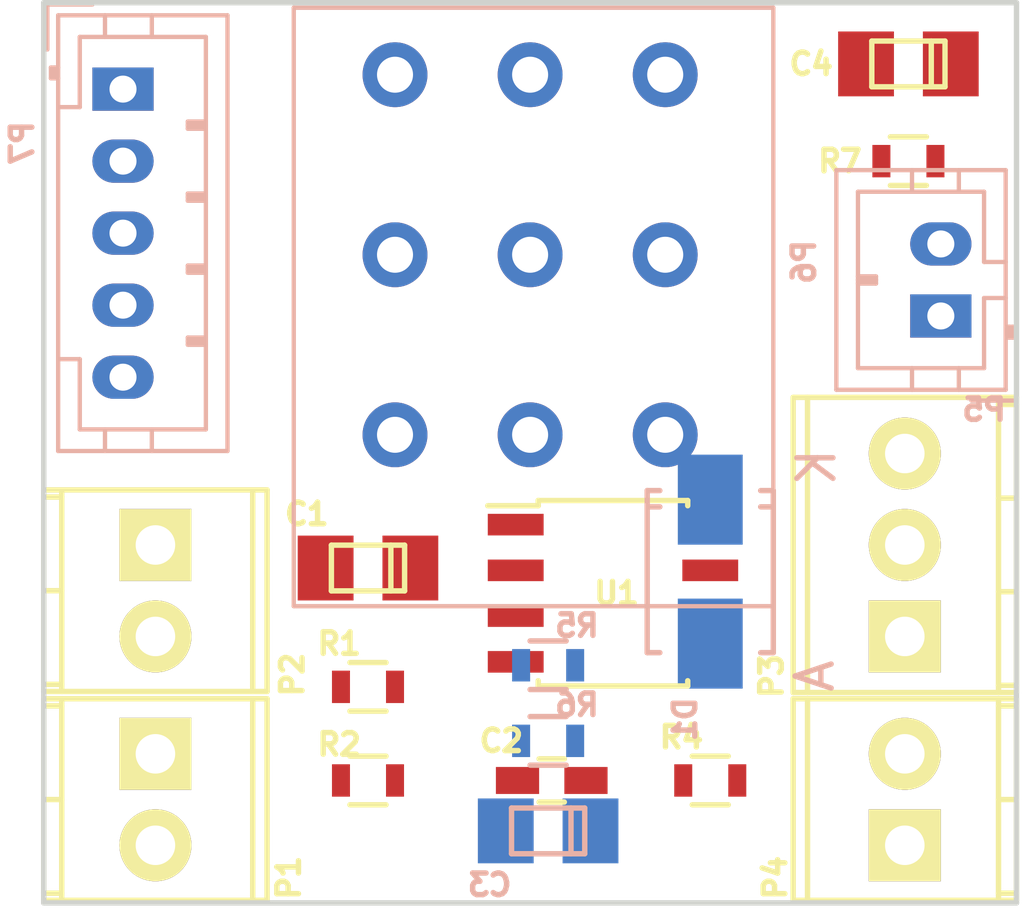
<source format=kicad_pcb>
(kicad_pcb (version 4) (host pcbnew 4.0.4-1.fc24-product)

  (general
    (links 40)
    (no_connects 40)
    (area 145.924999 77.924999 173.075001 103.075001)
    (thickness 1.2)
    (drawings 8)
    (tracks 0)
    (zones 0)
    (modules 19)
    (nets 16)
  )

  (page A4)
  (layers
    (0 F.Cu signal)
    (31 B.Cu signal)
    (32 B.Adhes user)
    (33 F.Adhes user)
    (34 B.Paste user)
    (35 F.Paste user)
    (36 B.SilkS user)
    (37 F.SilkS user)
    (38 B.Mask user)
    (39 F.Mask user)
    (40 Dwgs.User user)
    (41 Cmts.User user)
    (42 Eco1.User user)
    (43 Eco2.User user)
    (44 Edge.Cuts user)
    (45 Margin user)
    (46 B.CrtYd user)
    (47 F.CrtYd user)
    (48 B.Fab user)
    (49 F.Fab user)
  )

  (setup
    (last_trace_width 0.25)
    (trace_clearance 0.25)
    (zone_clearance 0.3)
    (zone_45_only no)
    (trace_min 0.25)
    (segment_width 0.2)
    (edge_width 0.15)
    (via_size 0.6)
    (via_drill 0.4)
    (via_min_size 0.4)
    (via_min_drill 0.3)
    (uvia_size 0.3)
    (uvia_drill 0.1)
    (uvias_allowed no)
    (uvia_min_size 0.2)
    (uvia_min_drill 0.1)
    (pcb_text_width 0.3)
    (pcb_text_size 1.5 1.5)
    (mod_edge_width 0.15)
    (mod_text_size 0.6 0.6)
    (mod_text_width 0.15)
    (pad_size 1.524 1.524)
    (pad_drill 0.762)
    (pad_to_mask_clearance 0.2)
    (aux_axis_origin 0 0)
    (visible_elements 7FFFFFFF)
    (pcbplotparams
      (layerselection 0x00030_80000001)
      (usegerberextensions false)
      (excludeedgelayer true)
      (linewidth 0.100000)
      (plotframeref false)
      (viasonmask false)
      (mode 1)
      (useauxorigin false)
      (hpglpennumber 1)
      (hpglpenspeed 20)
      (hpglpendiameter 15)
      (hpglpenoverlay 2)
      (psnegative false)
      (psa4output false)
      (plotreference true)
      (plotvalue true)
      (plotinvisibletext false)
      (padsonsilk false)
      (subtractmaskfromsilk false)
      (outputformat 1)
      (mirror false)
      (drillshape 1)
      (scaleselection 1)
      (outputdirectory ""))
  )

  (net 0 "")
  (net 1 "Net-(C1-Pad1)")
  (net 2 "Net-(C3-Pad1)")
  (net 3 /PB1_1)
  (net 4 "Net-(C4-Pad1)")
  (net 5 /PB2_3)
  (net 6 Earth)
  (net 7 /PV_3)
  (net 8 "Net-(P3-Pad1)")
  (net 9 /PV_2)
  (net 10 /IN_EQ)
  (net 11 /VRef)
  (net 12 /PB1_2)
  (net 13 /V+)
  (net 14 /OUT_EQ)
  (net 15 "Net-(R4-Pad1)")

  (net_class Default "This is the default net class."
    (clearance 0.25)
    (trace_width 0.25)
    (via_dia 0.6)
    (via_drill 0.4)
    (uvia_dia 0.3)
    (uvia_drill 0.1)
    (add_net /IN_EQ)
    (add_net /OUT_EQ)
    (add_net /PB1_1)
    (add_net /PB1_2)
    (add_net /PB2_3)
    (add_net /PV_2)
    (add_net /PV_3)
    (add_net "Net-(C1-Pad1)")
    (add_net "Net-(C3-Pad1)")
    (add_net "Net-(C4-Pad1)")
    (add_net "Net-(P3-Pad1)")
    (add_net "Net-(R4-Pad1)")
  )

  (net_class PWR ""
    (clearance 0.25)
    (trace_width 0.5)
    (via_dia 0.6)
    (via_drill 0.4)
    (uvia_dia 0.3)
    (uvia_drill 0.1)
    (add_net /V+)
    (add_net /VRef)
    (add_net Earth)
  )

  (module Terminal_Blocks:TerminalBlock_Pheonix_MPT-2.54mm_3pol (layer F.Cu) (tedit 5A77EDC8) (tstamp 5A77EE55)
    (at 169.9 95.6 90)
    (descr "3-way 2.54mm pitch terminal block, Phoenix MPT series")
    (path /5A657F5B)
    (fp_text reference P3 (at -1.1 -3.7 90) (layer F.SilkS)
      (effects (font (size 0.6 0.6) (thickness 0.15)))
    )
    (fp_text value CONN_01X03 (at 2.54 4.50088 90) (layer F.Fab) hide
      (effects (font (size 0.6 0.6) (thickness 0.15)))
    )
    (fp_line (start -1.778 3.302) (end 6.858 3.302) (layer F.CrtYd) (width 0.05))
    (fp_line (start -1.778 -3.302) (end -1.778 3.302) (layer F.CrtYd) (width 0.05))
    (fp_line (start 6.858 -3.302) (end -1.778 -3.302) (layer F.CrtYd) (width 0.05))
    (fp_line (start 6.858 3.302) (end 6.858 -3.302) (layer F.CrtYd) (width 0.05))
    (fp_line (start 6.63956 -3.0988) (end -1.55956 -3.0988) (layer F.SilkS) (width 0.15))
    (fp_line (start 6.63956 -2.70002) (end -1.55956 -2.70002) (layer F.SilkS) (width 0.15))
    (fp_line (start 6.63956 2.60096) (end -1.55956 2.60096) (layer F.SilkS) (width 0.15))
    (fp_line (start -1.55956 3.0988) (end 6.63956 3.0988) (layer F.SilkS) (width 0.15))
    (fp_line (start 3.84048 2.60096) (end 3.84048 3.0988) (layer F.SilkS) (width 0.15))
    (fp_line (start -1.3589 3.0988) (end -1.3589 2.60096) (layer F.SilkS) (width 0.15))
    (fp_line (start 6.44144 2.60096) (end 6.44144 3.0988) (layer F.SilkS) (width 0.15))
    (fp_line (start 1.24206 3.0988) (end 1.24206 2.60096) (layer F.SilkS) (width 0.15))
    (fp_line (start 6.63956 3.0988) (end 6.63956 -3.0988) (layer F.SilkS) (width 0.15))
    (fp_line (start -1.55702 -3.0988) (end -1.55702 3.0988) (layer F.SilkS) (width 0.15))
    (pad 3 thru_hole oval (at 5.08 0 90) (size 1.99898 1.99898) (drill 1.09728) (layers *.Cu *.Mask F.SilkS)
      (net 6 Earth))
    (pad 1 thru_hole rect (at 0 0 90) (size 1.99898 1.99898) (drill 1.09728) (layers *.Cu *.Mask F.SilkS)
      (net 8 "Net-(P3-Pad1)"))
    (pad 2 thru_hole oval (at 2.54 0 90) (size 1.99898 1.99898) (drill 1.09728) (layers *.Cu *.Mask F.SilkS)
      (net 9 /PV_2))
    (model Terminal_Blocks.3dshapes/TerminalBlock_Pheonix_MPT-2.54mm_3pol.wrl
      (at (xyz 0.1 0 0))
      (scale (xyz 1 1 1))
      (rotate (xyz 0 0 0))
    )
  )

  (module Terminal_Blocks:TerminalBlock_Pheonix_MPT-2.54mm_2pol (layer F.Cu) (tedit 5A77EDCB) (tstamp 5A77EE5B)
    (at 169.9 101.4 90)
    (descr "2-way 2.54mm pitch terminal block, Phoenix MPT series")
    (path /5A658137)
    (fp_text reference P4 (at -0.9 -3.6 90) (layer F.SilkS)
      (effects (font (size 0.6 0.6) (thickness 0.15)))
    )
    (fp_text value CONN_01X02 (at 1.27 4.50088 90) (layer F.Fab) hide
      (effects (font (size 0.6 0.6) (thickness 0.15)))
    )
    (fp_line (start -1.7 -3.3) (end 4.3 -3.3) (layer F.CrtYd) (width 0.05))
    (fp_line (start -1.7 3.3) (end -1.7 -3.3) (layer F.CrtYd) (width 0.05))
    (fp_line (start 4.3 3.3) (end -1.7 3.3) (layer F.CrtYd) (width 0.05))
    (fp_line (start 4.3 -3.3) (end 4.3 3.3) (layer F.CrtYd) (width 0.05))
    (fp_line (start 4.06908 2.60096) (end -1.52908 2.60096) (layer F.SilkS) (width 0.15))
    (fp_line (start -1.33096 3.0988) (end -1.33096 2.60096) (layer F.SilkS) (width 0.15))
    (fp_line (start 3.87096 2.60096) (end 3.87096 3.0988) (layer F.SilkS) (width 0.15))
    (fp_line (start 1.27 3.0988) (end 1.27 2.60096) (layer F.SilkS) (width 0.15))
    (fp_line (start -1.52908 -2.70002) (end 4.06908 -2.70002) (layer F.SilkS) (width 0.15))
    (fp_line (start -1.52908 3.0988) (end 4.06908 3.0988) (layer F.SilkS) (width 0.15))
    (fp_line (start 4.06908 3.0988) (end 4.06908 -3.0988) (layer F.SilkS) (width 0.15))
    (fp_line (start 4.06908 -3.0988) (end -1.52908 -3.0988) (layer F.SilkS) (width 0.15))
    (fp_line (start -1.52908 -3.0988) (end -1.52908 3.0988) (layer F.SilkS) (width 0.15))
    (pad 2 thru_hole oval (at 2.54 0 90) (size 1.99898 1.99898) (drill 1.09728) (layers *.Cu *.Mask F.SilkS)
      (net 8 "Net-(P3-Pad1)"))
    (pad 1 thru_hole rect (at 0 0 90) (size 1.99898 1.99898) (drill 1.09728) (layers *.Cu *.Mask F.SilkS)
      (net 13 /V+))
    (model Terminal_Blocks.3dshapes/TerminalBlock_Pheonix_MPT-2.54mm_2pol.wrl
      (at (xyz 0.05 0 0))
      (scale (xyz 1 1 1))
      (rotate (xyz 0 0 0))
    )
  )

  (module Capacitors_SMD:C_0603_HandSoldering (layer F.Cu) (tedit 5A77F1C8) (tstamp 5A77EE30)
    (at 160.1 99.6)
    (descr "Capacitor SMD 0603, hand soldering")
    (tags "capacitor 0603")
    (path /5A77C488)
    (attr smd)
    (fp_text reference C2 (at -1.4 -1.1) (layer F.SilkS)
      (effects (font (size 0.6 0.6) (thickness 0.15)))
    )
    (fp_text value 27p (at 0 1.9) (layer F.Fab) hide
      (effects (font (size 0.6 0.6) (thickness 0.15)))
    )
    (fp_line (start -1.85 -0.75) (end 1.85 -0.75) (layer F.CrtYd) (width 0.05))
    (fp_line (start -1.85 0.75) (end 1.85 0.75) (layer F.CrtYd) (width 0.05))
    (fp_line (start -1.85 -0.75) (end -1.85 0.75) (layer F.CrtYd) (width 0.05))
    (fp_line (start 1.85 -0.75) (end 1.85 0.75) (layer F.CrtYd) (width 0.05))
    (fp_line (start -0.35 -0.6) (end 0.35 -0.6) (layer F.SilkS) (width 0.15))
    (fp_line (start 0.35 0.6) (end -0.35 0.6) (layer F.SilkS) (width 0.15))
    (pad 1 smd rect (at -0.95 0) (size 1.2 0.75) (layers F.Cu F.Paste F.Mask)
      (net 1 "Net-(C1-Pad1)"))
    (pad 2 smd rect (at 0.95 0) (size 1.2 0.75) (layers F.Cu F.Paste F.Mask)
      (net 6 Earth))
    (model Capacitors_SMD.3dshapes/C_0603_HandSoldering.wrl
      (at (xyz 0 0 0))
      (scale (xyz 1 1 1))
      (rotate (xyz 0 0 0))
    )
  )

  (module Diodes_SMD:SMA_Standard (layer B.Cu) (tedit 5A77EDF9) (tstamp 5A77EE42)
    (at 164.5 93.8 270)
    (descr "Diode SMA")
    (tags "Diode SMA")
    (path /5A68E289)
    (attr smd)
    (fp_text reference D1 (at 4.1 0.7 270) (layer B.SilkS)
      (effects (font (size 0.6 0.6) (thickness 0.15)) (justify mirror))
    )
    (fp_text value CS1D (at 0 -4.3 270) (layer B.Fab) hide
      (effects (font (size 0.6 0.6) (thickness 0.15)) (justify mirror))
    )
    (fp_line (start -3.5 2) (end 3.5 2) (layer B.CrtYd) (width 0.05))
    (fp_line (start 3.5 2) (end 3.5 -2) (layer B.CrtYd) (width 0.05))
    (fp_line (start 3.5 -2) (end -3.5 -2) (layer B.CrtYd) (width 0.05))
    (fp_line (start -3.5 -2) (end -3.5 2) (layer B.CrtYd) (width 0.05))
    (fp_text user K (at -2.9 -2.95 270) (layer B.SilkS)
      (effects (font (size 1 1) (thickness 0.15)) (justify mirror))
    )
    (fp_text user A (at 2.9 -2.9 270) (layer B.SilkS)
      (effects (font (size 1 1) (thickness 0.15)) (justify mirror))
    )
    (fp_circle (center 0 0) (end 0.20066 0.0508) (layer B.Adhes) (width 0.381))
    (fp_line (start -1.79914 -1.75006) (end -1.79914 -1.39954) (layer B.SilkS) (width 0.15))
    (fp_line (start -1.79914 1.75006) (end -1.79914 1.39954) (layer B.SilkS) (width 0.15))
    (fp_line (start 2.25044 -1.75006) (end 2.25044 -1.39954) (layer B.SilkS) (width 0.15))
    (fp_line (start -2.25044 -1.75006) (end -2.25044 -1.39954) (layer B.SilkS) (width 0.15))
    (fp_line (start -2.25044 1.75006) (end -2.25044 1.39954) (layer B.SilkS) (width 0.15))
    (fp_line (start 2.25044 1.75006) (end 2.25044 1.39954) (layer B.SilkS) (width 0.15))
    (fp_line (start -2.25044 -1.75006) (end 2.25044 -1.75006) (layer B.SilkS) (width 0.15))
    (fp_line (start -2.25044 1.75006) (end 2.25044 1.75006) (layer B.SilkS) (width 0.15))
    (pad 1 smd rect (at -1.99898 0 270) (size 2.49936 1.80086) (layers B.Cu B.Paste B.Mask)
      (net 13 /V+))
    (pad 2 smd rect (at 1.99898 0 270) (size 2.49936 1.80086) (layers B.Cu B.Paste B.Mask)
      (net 6 Earth))
    (model Diodes_SMD.3dshapes/SMA_Standard.wrl
      (at (xyz 0 0 0))
      (scale (xyz 0.3937 0.3937 0.3937))
      (rotate (xyz 0 0 180))
    )
  )

  (module Terminal_Blocks:TerminalBlock_Pheonix_MPT-2.54mm_2pol (layer F.Cu) (tedit 5A77EF0E) (tstamp 5A77EE48)
    (at 149.1 98.86 270)
    (descr "2-way 2.54mm pitch terminal block, Phoenix MPT series")
    (path /5A65640A)
    (fp_text reference P1 (at 3.44 -3.7 270) (layer F.SilkS)
      (effects (font (size 0.6 0.6) (thickness 0.15)))
    )
    (fp_text value CONN_01X02 (at 1.27 4.50088 270) (layer F.Fab) hide
      (effects (font (size 0.6 0.6) (thickness 0.15)))
    )
    (fp_line (start -1.7 -3.3) (end 4.3 -3.3) (layer F.CrtYd) (width 0.05))
    (fp_line (start -1.7 3.3) (end -1.7 -3.3) (layer F.CrtYd) (width 0.05))
    (fp_line (start 4.3 3.3) (end -1.7 3.3) (layer F.CrtYd) (width 0.05))
    (fp_line (start 4.3 -3.3) (end 4.3 3.3) (layer F.CrtYd) (width 0.05))
    (fp_line (start 4.06908 2.60096) (end -1.52908 2.60096) (layer F.SilkS) (width 0.15))
    (fp_line (start -1.33096 3.0988) (end -1.33096 2.60096) (layer F.SilkS) (width 0.15))
    (fp_line (start 3.87096 2.60096) (end 3.87096 3.0988) (layer F.SilkS) (width 0.15))
    (fp_line (start 1.27 3.0988) (end 1.27 2.60096) (layer F.SilkS) (width 0.15))
    (fp_line (start -1.52908 -2.70002) (end 4.06908 -2.70002) (layer F.SilkS) (width 0.15))
    (fp_line (start -1.52908 3.0988) (end 4.06908 3.0988) (layer F.SilkS) (width 0.15))
    (fp_line (start 4.06908 3.0988) (end 4.06908 -3.0988) (layer F.SilkS) (width 0.15))
    (fp_line (start 4.06908 -3.0988) (end -1.52908 -3.0988) (layer F.SilkS) (width 0.15))
    (fp_line (start -1.52908 -3.0988) (end -1.52908 3.0988) (layer F.SilkS) (width 0.15))
    (pad 2 thru_hole oval (at 2.54 0 270) (size 1.99898 1.99898) (drill 1.09728) (layers *.Cu *.Mask F.SilkS)
      (net 3 /PB1_1))
    (pad 1 thru_hole rect (at 0 0 270) (size 1.99898 1.99898) (drill 1.09728) (layers *.Cu *.Mask F.SilkS)
      (net 6 Earth))
    (model Terminal_Blocks.3dshapes/TerminalBlock_Pheonix_MPT-2.54mm_2pol.wrl
      (at (xyz 0.05 0 0))
      (scale (xyz 1 1 1))
      (rotate (xyz 0 0 0))
    )
  )

  (module Terminal_Blocks:TerminalBlock_Pheonix_MPT-2.54mm_2pol (layer F.Cu) (tedit 5A77EF09) (tstamp 5A77EE4E)
    (at 149.1 93.06 270)
    (descr "2-way 2.54mm pitch terminal block, Phoenix MPT series")
    (path /5A656625)
    (fp_text reference P2 (at 3.6 -3.8 270) (layer F.SilkS)
      (effects (font (size 0.6 0.6) (thickness 0.15)))
    )
    (fp_text value CONN_01X02 (at 1.27 4.50088 270) (layer F.Fab) hide
      (effects (font (size 0.6 0.6) (thickness 0.15)))
    )
    (fp_line (start -1.7 -3.3) (end 4.3 -3.3) (layer F.CrtYd) (width 0.05))
    (fp_line (start -1.7 3.3) (end -1.7 -3.3) (layer F.CrtYd) (width 0.05))
    (fp_line (start 4.3 3.3) (end -1.7 3.3) (layer F.CrtYd) (width 0.05))
    (fp_line (start 4.3 -3.3) (end 4.3 3.3) (layer F.CrtYd) (width 0.05))
    (fp_line (start 4.06908 2.60096) (end -1.52908 2.60096) (layer F.SilkS) (width 0.15))
    (fp_line (start -1.33096 3.0988) (end -1.33096 2.60096) (layer F.SilkS) (width 0.15))
    (fp_line (start 3.87096 2.60096) (end 3.87096 3.0988) (layer F.SilkS) (width 0.15))
    (fp_line (start 1.27 3.0988) (end 1.27 2.60096) (layer F.SilkS) (width 0.15))
    (fp_line (start -1.52908 -2.70002) (end 4.06908 -2.70002) (layer F.SilkS) (width 0.15))
    (fp_line (start -1.52908 3.0988) (end 4.06908 3.0988) (layer F.SilkS) (width 0.15))
    (fp_line (start 4.06908 3.0988) (end 4.06908 -3.0988) (layer F.SilkS) (width 0.15))
    (fp_line (start 4.06908 -3.0988) (end -1.52908 -3.0988) (layer F.SilkS) (width 0.15))
    (fp_line (start -1.52908 -3.0988) (end -1.52908 3.0988) (layer F.SilkS) (width 0.15))
    (pad 2 thru_hole oval (at 2.54 0 270) (size 1.99898 1.99898) (drill 1.09728) (layers *.Cu *.Mask F.SilkS)
      (net 5 /PB2_3))
    (pad 1 thru_hole rect (at 0 0 270) (size 1.99898 1.99898) (drill 1.09728) (layers *.Cu *.Mask F.SilkS)
      (net 6 Earth))
    (model Terminal_Blocks.3dshapes/TerminalBlock_Pheonix_MPT-2.54mm_2pol.wrl
      (at (xyz 0.05 0 0))
      (scale (xyz 1 1 1))
      (rotate (xyz 0 0 0))
    )
  )

  (module Connectors_JST:JST_PH_B2B-PH-K_02x2.00mm_Straight (layer B.Cu) (tedit 5A77ED76) (tstamp 5A77EE61)
    (at 170.9 86.7 90)
    (descr "JST PH series connector, B2B-PH-K, top entry type, through hole, Datasheet: http://www.jst-mfg.com/product/pdf/eng/ePH.pdf")
    (tags "connector jst ph")
    (path /5A655B8F)
    (fp_text reference P5 (at -2.6 1.2 180) (layer B.SilkS)
      (effects (font (size 0.6 0.6) (thickness 0.15)) (justify mirror))
    )
    (fp_text value CONN_01X02 (at 1 -3.8 90) (layer B.Fab) hide
      (effects (font (size 0.6 0.6) (thickness 0.15)) (justify mirror))
    )
    (fp_line (start -2.05 1.8) (end -2.05 -2.9) (layer B.SilkS) (width 0.12))
    (fp_line (start -2.05 -2.9) (end 4.05 -2.9) (layer B.SilkS) (width 0.12))
    (fp_line (start 4.05 -2.9) (end 4.05 1.8) (layer B.SilkS) (width 0.12))
    (fp_line (start 4.05 1.8) (end -2.05 1.8) (layer B.SilkS) (width 0.12))
    (fp_line (start 0.5 1.8) (end 0.5 1.2) (layer B.SilkS) (width 0.12))
    (fp_line (start 0.5 1.2) (end -1.45 1.2) (layer B.SilkS) (width 0.12))
    (fp_line (start -1.45 1.2) (end -1.45 -2.3) (layer B.SilkS) (width 0.12))
    (fp_line (start -1.45 -2.3) (end 3.45 -2.3) (layer B.SilkS) (width 0.12))
    (fp_line (start 3.45 -2.3) (end 3.45 1.2) (layer B.SilkS) (width 0.12))
    (fp_line (start 3.45 1.2) (end 1.5 1.2) (layer B.SilkS) (width 0.12))
    (fp_line (start 1.5 1.2) (end 1.5 1.8) (layer B.SilkS) (width 0.12))
    (fp_line (start -2.05 0.5) (end -1.45 0.5) (layer B.SilkS) (width 0.12))
    (fp_line (start -2.05 -0.8) (end -1.45 -0.8) (layer B.SilkS) (width 0.12))
    (fp_line (start 4.05 0.5) (end 3.45 0.5) (layer B.SilkS) (width 0.12))
    (fp_line (start 4.05 -0.8) (end 3.45 -0.8) (layer B.SilkS) (width 0.12))
    (fp_line (start -0.3 1.8) (end -0.3 2) (layer B.SilkS) (width 0.12))
    (fp_line (start -0.3 2) (end -0.6 2) (layer B.SilkS) (width 0.12))
    (fp_line (start -0.6 2) (end -0.6 1.8) (layer B.SilkS) (width 0.12))
    (fp_line (start -0.3 1.9) (end -0.6 1.9) (layer B.SilkS) (width 0.12))
    (fp_line (start 0.9 -2.3) (end 0.9 -1.8) (layer B.SilkS) (width 0.12))
    (fp_line (start 0.9 -1.8) (end 1.1 -1.8) (layer B.SilkS) (width 0.12))
    (fp_line (start 1.1 -1.8) (end 1.1 -2.3) (layer B.SilkS) (width 0.12))
    (fp_line (start 1 -2.3) (end 1 -1.8) (layer B.SilkS) (width 0.12))
    (fp_line (start -1.1 2.1) (end -2.35 2.1) (layer B.SilkS) (width 0.12))
    (fp_line (start -2.35 2.1) (end -2.35 0.85) (layer B.SilkS) (width 0.12))
    (fp_line (start -1.1 2.1) (end -2.35 2.1) (layer B.Fab) (width 0.1))
    (fp_line (start -2.35 2.1) (end -2.35 0.85) (layer B.Fab) (width 0.1))
    (fp_line (start -1.95 1.7) (end -1.95 -2.8) (layer B.Fab) (width 0.1))
    (fp_line (start -1.95 -2.8) (end 3.95 -2.8) (layer B.Fab) (width 0.1))
    (fp_line (start 3.95 -2.8) (end 3.95 1.7) (layer B.Fab) (width 0.1))
    (fp_line (start 3.95 1.7) (end -1.95 1.7) (layer B.Fab) (width 0.1))
    (fp_line (start -2.45 2.2) (end -2.45 -3.3) (layer B.CrtYd) (width 0.05))
    (fp_line (start -2.45 -3.3) (end 4.45 -3.3) (layer B.CrtYd) (width 0.05))
    (fp_line (start 4.45 -3.3) (end 4.45 2.2) (layer B.CrtYd) (width 0.05))
    (fp_line (start 4.45 2.2) (end -2.45 2.2) (layer B.CrtYd) (width 0.05))
    (fp_text user %R (at 1 -1.5 90) (layer B.Fab) hide
      (effects (font (size 1 1) (thickness 0.15)) (justify mirror))
    )
    (pad 1 thru_hole rect (at 0 0 90) (size 1.2 1.7) (drill 0.75) (layers *.Cu *.Mask)
      (net 10 /IN_EQ))
    (pad 2 thru_hole oval (at 2 0 90) (size 1.2 1.7) (drill 0.75) (layers *.Cu *.Mask)
      (net 14 /OUT_EQ))
    (model ${KISYS3DMOD}/Connectors_JST.3dshapes/JST_PH_B2B-PH-K_02x2.00mm_Straight.wrl
      (at (xyz 0 0 0))
      (scale (xyz 1 1 1))
      (rotate (xyz 0 0 0))
    )
  )

  (module LIBS:Potentiometer_Alpha_Tripple_Vertical_Dual_Shaft (layer B.Cu) (tedit 5A77EC9A) (tstamp 5A77EE6E)
    (at 155.75 80 90)
    (descr "Potentiometer, vertically mounted, Omeg PC16PU, Omeg PC16PU, Omeg PC16PU, Vishay/Spectrol 248GJ/249GJ Single, Vishay/Spectrol 248GJ/249GJ Single, Vishay/Spectrol 248GJ/249GJ Single, Vishay/Spectrol 248GH/249GH Single, Vishay/Spectrol 148/149 Single, Vishay/Spectrol 148/149 Single, Vishay/Spectrol 148/149 Single, Vishay/Spectrol 148A/149A Single with mounting plates, Vishay/Spectrol 148/149 Double, Vishay/Spectrol 148A/149A Double with mounting plates, Piher PC-16 Single, Piher PC-16 Single, Piher PC-16 Single, Piher PC-16SV Single, Piher PC-16 Double, Piher PC-16 Triple, Piher T16H Single, Piher T16L Single, Piher T16H Double, Alps RK163 Single, Alps RK163 Double, Alps RK097 Single, Alps RK097 Double, http://www.alps.com/prod/info/E/HTML/Potentiometer/RotaryPotentiometers/RK097/RK09712100AV.html")
    (tags "Potentiometer vertical  Omeg PC16PU  Omeg PC16PU  Omeg PC16PU  Vishay/Spectrol 248GJ/249GJ Single  Vishay/Spectrol 248GJ/249GJ Single  Vishay/Spectrol 248GJ/249GJ Single  Vishay/Spectrol 248GH/249GH Single  Vishay/Spectrol 148/149 Single  Vishay/Spectrol 148/149 Single  Vishay/Spectrol 148/149 Single  Vishay/Spectrol 148A/149A Single with mounting plates  Vishay/Spectrol 148/149 Double  Vishay/Spectrol 148A/149A Double with mounting plates  Piher PC-16 Single  Piher PC-16 Single  Piher PC-16 Single  Piher PC-16SV Single  Piher PC-16 Double  Piher PC-16 Triple  Piher T16H Single  Piher T16L Single  Piher T16H Double  Alps RK163 Single  Alps RK163 Double  Alps RK097 Single  Alps RK097 Double Dual Shaft")
    (path /5A656FFD)
    (fp_text reference P6 (at -5.2 11.35 90) (layer B.SilkS)
      (effects (font (size 0.6 0.6) (thickness 0.15)) (justify mirror))
    )
    (fp_text value CONN_01X09 (at 2.15 -3.9 90) (layer B.Fab) hide
      (effects (font (size 0.6 0.6) (thickness 0.15)) (justify mirror))
    )
    (fp_line (start -14.7 10.45) (end -14.7 -2.75) (layer B.Fab) (width 0.1))
    (fp_line (start -14.7 -2.75) (end 1.8 -2.75) (layer B.Fab) (width 0.1))
    (fp_line (start 1.8 -2.75) (end 1.8 10.45) (layer B.Fab) (width 0.1))
    (fp_line (start 1.8 10.45) (end -14.7 10.45) (layer B.Fab) (width 0.1))
    (fp_line (start -14.76 10.5) (end 1.86 10.5) (layer B.SilkS) (width 0.12))
    (fp_line (start -14.76 -2.81) (end 1.86 -2.81) (layer B.SilkS) (width 0.12))
    (fp_line (start -14.76 10.5) (end -14.76 -2.81) (layer B.SilkS) (width 0.12))
    (fp_line (start 1.86 10.5) (end 1.86 -2.81) (layer B.SilkS) (width 0.12))
    (fp_line (start -15.15 10.7) (end -15.15 -3) (layer B.CrtYd) (width 0.05))
    (fp_line (start -15.15 -3) (end 2.05 -3) (layer B.CrtYd) (width 0.05))
    (fp_line (start 2.05 -3) (end 2.05 10.7) (layer B.CrtYd) (width 0.05))
    (fp_line (start 2.05 10.7) (end -15.15 10.7) (layer B.CrtYd) (width 0.05))
    (pad 3 thru_hole circle (at 0 7.5 90) (size 1.8 1.8) (drill 1) (layers *.Cu *.Mask)
      (net 6 Earth))
    (pad 2 thru_hole circle (at 0 3.75 90) (size 1.8 1.8) (drill 1) (layers *.Cu *.Mask)
      (net 12 /PB1_2))
    (pad 1 thru_hole circle (at 0 0 90) (size 1.8 1.8) (drill 1) (layers *.Cu *.Mask)
      (net 3 /PB1_1))
    (pad 6 thru_hole circle (at -5 7.5 90) (size 1.8 1.8) (drill 1) (layers *.Cu *.Mask)
      (net 5 /PB2_3))
    (pad 5 thru_hole circle (at -5 3.75 90) (size 1.8 1.8) (drill 1) (layers *.Cu *.Mask)
      (net 12 /PB1_2))
    (pad 4 thru_hole circle (at -5 0 90) (size 1.8 1.8) (drill 1) (layers *.Cu *.Mask)
      (net 6 Earth))
    (pad 7 thru_hole circle (at -10 0 90) (size 1.8 1.8) (drill 1) (layers *.Cu *.Mask)
      (net 6 Earth))
    (pad 8 thru_hole circle (at -10 3.75 90) (size 1.8 1.8) (drill 1) (layers *.Cu *.Mask)
      (net 9 /PV_2))
    (pad 9 thru_hole circle (at -10 7.5 90) (size 1.8 1.8) (drill 1) (layers *.Cu *.Mask)
      (net 7 /PV_3))
    (model Potentiometers.3dshapes/Potentiometer_Alps_RK097_Double_Vertical.wrl
      (at (xyz 0 0 0))
      (scale (xyz 0.393701 0.393701 0.393701))
      (rotate (xyz 0 0 0))
    )
  )

  (module Connectors_JST:JST_PH_B5B-PH-K_05x2.00mm_Straight (layer B.Cu) (tedit 5A77ED7D) (tstamp 5A77EE77)
    (at 148.2 80.4 270)
    (descr "JST PH series connector, B5B-PH-K, top entry type, through hole, Datasheet: http://www.jst-mfg.com/product/pdf/eng/ePH.pdf")
    (tags "connector jst ph")
    (path /5A657865)
    (fp_text reference P7 (at 1.5 2.8 270) (layer B.SilkS)
      (effects (font (size 0.6 0.6) (thickness 0.15)) (justify mirror))
    )
    (fp_text value CONN_01X05 (at 4 -3.8 270) (layer B.Fab) hide
      (effects (font (size 0.6 0.6) (thickness 0.15)) (justify mirror))
    )
    (fp_line (start -2.05 1.8) (end -2.05 -2.9) (layer B.SilkS) (width 0.12))
    (fp_line (start -2.05 -2.9) (end 10.05 -2.9) (layer B.SilkS) (width 0.12))
    (fp_line (start 10.05 -2.9) (end 10.05 1.8) (layer B.SilkS) (width 0.12))
    (fp_line (start 10.05 1.8) (end -2.05 1.8) (layer B.SilkS) (width 0.12))
    (fp_line (start 0.5 1.8) (end 0.5 1.2) (layer B.SilkS) (width 0.12))
    (fp_line (start 0.5 1.2) (end -1.45 1.2) (layer B.SilkS) (width 0.12))
    (fp_line (start -1.45 1.2) (end -1.45 -2.3) (layer B.SilkS) (width 0.12))
    (fp_line (start -1.45 -2.3) (end 9.45 -2.3) (layer B.SilkS) (width 0.12))
    (fp_line (start 9.45 -2.3) (end 9.45 1.2) (layer B.SilkS) (width 0.12))
    (fp_line (start 9.45 1.2) (end 7.5 1.2) (layer B.SilkS) (width 0.12))
    (fp_line (start 7.5 1.2) (end 7.5 1.8) (layer B.SilkS) (width 0.12))
    (fp_line (start -2.05 0.5) (end -1.45 0.5) (layer B.SilkS) (width 0.12))
    (fp_line (start -2.05 -0.8) (end -1.45 -0.8) (layer B.SilkS) (width 0.12))
    (fp_line (start 10.05 0.5) (end 9.45 0.5) (layer B.SilkS) (width 0.12))
    (fp_line (start 10.05 -0.8) (end 9.45 -0.8) (layer B.SilkS) (width 0.12))
    (fp_line (start -0.3 1.8) (end -0.3 2) (layer B.SilkS) (width 0.12))
    (fp_line (start -0.3 2) (end -0.6 2) (layer B.SilkS) (width 0.12))
    (fp_line (start -0.6 2) (end -0.6 1.8) (layer B.SilkS) (width 0.12))
    (fp_line (start -0.3 1.9) (end -0.6 1.9) (layer B.SilkS) (width 0.12))
    (fp_line (start 0.9 -2.3) (end 0.9 -1.8) (layer B.SilkS) (width 0.12))
    (fp_line (start 0.9 -1.8) (end 1.1 -1.8) (layer B.SilkS) (width 0.12))
    (fp_line (start 1.1 -1.8) (end 1.1 -2.3) (layer B.SilkS) (width 0.12))
    (fp_line (start 1 -2.3) (end 1 -1.8) (layer B.SilkS) (width 0.12))
    (fp_line (start 2.9 -2.3) (end 2.9 -1.8) (layer B.SilkS) (width 0.12))
    (fp_line (start 2.9 -1.8) (end 3.1 -1.8) (layer B.SilkS) (width 0.12))
    (fp_line (start 3.1 -1.8) (end 3.1 -2.3) (layer B.SilkS) (width 0.12))
    (fp_line (start 3 -2.3) (end 3 -1.8) (layer B.SilkS) (width 0.12))
    (fp_line (start 4.9 -2.3) (end 4.9 -1.8) (layer B.SilkS) (width 0.12))
    (fp_line (start 4.9 -1.8) (end 5.1 -1.8) (layer B.SilkS) (width 0.12))
    (fp_line (start 5.1 -1.8) (end 5.1 -2.3) (layer B.SilkS) (width 0.12))
    (fp_line (start 5 -2.3) (end 5 -1.8) (layer B.SilkS) (width 0.12))
    (fp_line (start 6.9 -2.3) (end 6.9 -1.8) (layer B.SilkS) (width 0.12))
    (fp_line (start 6.9 -1.8) (end 7.1 -1.8) (layer B.SilkS) (width 0.12))
    (fp_line (start 7.1 -1.8) (end 7.1 -2.3) (layer B.SilkS) (width 0.12))
    (fp_line (start 7 -2.3) (end 7 -1.8) (layer B.SilkS) (width 0.12))
    (fp_line (start -1.1 2.1) (end -2.35 2.1) (layer B.SilkS) (width 0.12))
    (fp_line (start -2.35 2.1) (end -2.35 0.85) (layer B.SilkS) (width 0.12))
    (fp_line (start -1.1 2.1) (end -2.35 2.1) (layer B.Fab) (width 0.1))
    (fp_line (start -2.35 2.1) (end -2.35 0.85) (layer B.Fab) (width 0.1))
    (fp_line (start -1.95 1.7) (end -1.95 -2.8) (layer B.Fab) (width 0.1))
    (fp_line (start -1.95 -2.8) (end 9.95 -2.8) (layer B.Fab) (width 0.1))
    (fp_line (start 9.95 -2.8) (end 9.95 1.7) (layer B.Fab) (width 0.1))
    (fp_line (start 9.95 1.7) (end -1.95 1.7) (layer B.Fab) (width 0.1))
    (fp_line (start -2.45 2.2) (end -2.45 -3.3) (layer B.CrtYd) (width 0.05))
    (fp_line (start -2.45 -3.3) (end 10.45 -3.3) (layer B.CrtYd) (width 0.05))
    (fp_line (start 10.45 -3.3) (end 10.45 2.2) (layer B.CrtYd) (width 0.05))
    (fp_line (start 10.45 2.2) (end -2.45 2.2) (layer B.CrtYd) (width 0.05))
    (fp_text user %R (at 4 -1.5 270) (layer B.Fab) hide
      (effects (font (size 1 1) (thickness 0.15)) (justify mirror))
    )
    (pad 1 thru_hole rect (at 0 0 270) (size 1.2 1.7) (drill 0.75) (layers *.Cu *.Mask)
      (net 14 /OUT_EQ))
    (pad 2 thru_hole oval (at 2 0 270) (size 1.2 1.7) (drill 0.75) (layers *.Cu *.Mask)
      (net 10 /IN_EQ))
    (pad 3 thru_hole oval (at 4 0 270) (size 1.2 1.7) (drill 0.75) (layers *.Cu *.Mask)
      (net 13 /V+))
    (pad 4 thru_hole oval (at 6 0 270) (size 1.2 1.7) (drill 0.75) (layers *.Cu *.Mask)
      (net 11 /VRef))
    (pad 5 thru_hole oval (at 8 0 270) (size 1.2 1.7) (drill 0.75) (layers *.Cu *.Mask)
      (net 6 Earth))
    (model ${KISYS3DMOD}/Connectors_JST.3dshapes/JST_PH_B5B-PH-K_05x2.00mm_Straight.wrl
      (at (xyz 0 0 0))
      (scale (xyz 1 1 1))
      (rotate (xyz 0 0 0))
    )
  )

  (module Resistors_SMD:R_0603 (layer F.Cu) (tedit 5A77F1C6) (tstamp 5A77EE7D)
    (at 155 97)
    (descr "Resistor SMD 0603, reflow soldering, Vishay (see dcrcw.pdf)")
    (tags "resistor 0603")
    (path /5A653A92)
    (attr smd)
    (fp_text reference R1 (at -0.8 -1.2) (layer F.SilkS)
      (effects (font (size 0.6 0.6) (thickness 0.15)))
    )
    (fp_text value 1.5MEG (at 0 1.9) (layer F.Fab) hide
      (effects (font (size 0.6 0.6) (thickness 0.15)))
    )
    (fp_line (start -1.3 -0.8) (end 1.3 -0.8) (layer F.CrtYd) (width 0.05))
    (fp_line (start -1.3 0.8) (end 1.3 0.8) (layer F.CrtYd) (width 0.05))
    (fp_line (start -1.3 -0.8) (end -1.3 0.8) (layer F.CrtYd) (width 0.05))
    (fp_line (start 1.3 -0.8) (end 1.3 0.8) (layer F.CrtYd) (width 0.05))
    (fp_line (start 0.5 0.675) (end -0.5 0.675) (layer F.SilkS) (width 0.15))
    (fp_line (start -0.5 -0.675) (end 0.5 -0.675) (layer F.SilkS) (width 0.15))
    (pad 1 smd rect (at -0.75 0) (size 0.5 0.9) (layers F.Cu F.Paste F.Mask)
      (net 12 /PB1_2))
    (pad 2 smd rect (at 0.75 0) (size 0.5 0.9) (layers F.Cu F.Paste F.Mask)
      (net 6 Earth))
    (model Resistors_SMD.3dshapes/R_0603.wrl
      (at (xyz 0 0 0))
      (scale (xyz 1 1 1))
      (rotate (xyz 0 0 0))
    )
  )

  (module Resistors_SMD:R_0603 (layer F.Cu) (tedit 5415CC62) (tstamp 5A77EE8F)
    (at 164.5 99.6)
    (descr "Resistor SMD 0603, reflow soldering, Vishay (see dcrcw.pdf)")
    (tags "resistor 0603")
    (path /5A653B83)
    (attr smd)
    (fp_text reference R4 (at -0.8 -1.2) (layer F.SilkS)
      (effects (font (size 0.6 0.6) (thickness 0.15)))
    )
    (fp_text value 4.99k (at 0 1.9) (layer F.Fab)
      (effects (font (size 0.6 0.6) (thickness 0.15)))
    )
    (fp_line (start -1.3 -0.8) (end 1.3 -0.8) (layer F.CrtYd) (width 0.05))
    (fp_line (start -1.3 0.8) (end 1.3 0.8) (layer F.CrtYd) (width 0.05))
    (fp_line (start -1.3 -0.8) (end -1.3 0.8) (layer F.CrtYd) (width 0.05))
    (fp_line (start 1.3 -0.8) (end 1.3 0.8) (layer F.CrtYd) (width 0.05))
    (fp_line (start 0.5 0.675) (end -0.5 0.675) (layer F.SilkS) (width 0.15))
    (fp_line (start -0.5 -0.675) (end 0.5 -0.675) (layer F.SilkS) (width 0.15))
    (pad 1 smd rect (at -0.75 0) (size 0.5 0.9) (layers F.Cu F.Paste F.Mask)
      (net 15 "Net-(R4-Pad1)"))
    (pad 2 smd rect (at 0.75 0) (size 0.5 0.9) (layers F.Cu F.Paste F.Mask)
      (net 11 /VRef))
    (model Resistors_SMD.3dshapes/R_0603.wrl
      (at (xyz 0 0 0))
      (scale (xyz 1 1 1))
      (rotate (xyz 0 0 0))
    )
  )

  (module Resistors_SMD:R_0603 (layer B.Cu) (tedit 5A77F278) (tstamp 5A77EE95)
    (at 160 96.4)
    (descr "Resistor SMD 0603, reflow soldering, Vishay (see dcrcw.pdf)")
    (tags "resistor 0603")
    (path /5A654B24)
    (attr smd)
    (fp_text reference R5 (at 0.8 -1.1) (layer B.SilkS)
      (effects (font (size 0.6 0.6) (thickness 0.15)) (justify mirror))
    )
    (fp_text value 100k (at 0 -1.9) (layer B.Fab) hide
      (effects (font (size 0.6 0.6) (thickness 0.15)) (justify mirror))
    )
    (fp_line (start -1.3 0.8) (end 1.3 0.8) (layer B.CrtYd) (width 0.05))
    (fp_line (start -1.3 -0.8) (end 1.3 -0.8) (layer B.CrtYd) (width 0.05))
    (fp_line (start -1.3 0.8) (end -1.3 -0.8) (layer B.CrtYd) (width 0.05))
    (fp_line (start 1.3 0.8) (end 1.3 -0.8) (layer B.CrtYd) (width 0.05))
    (fp_line (start 0.5 -0.675) (end -0.5 -0.675) (layer B.SilkS) (width 0.15))
    (fp_line (start -0.5 0.675) (end 0.5 0.675) (layer B.SilkS) (width 0.15))
    (pad 1 smd rect (at -0.75 0) (size 0.5 0.9) (layers B.Cu B.Paste B.Mask)
      (net 13 /V+))
    (pad 2 smd rect (at 0.75 0) (size 0.5 0.9) (layers B.Cu B.Paste B.Mask)
      (net 2 "Net-(C3-Pad1)"))
    (model Resistors_SMD.3dshapes/R_0603.wrl
      (at (xyz 0 0 0))
      (scale (xyz 1 1 1))
      (rotate (xyz 0 0 0))
    )
  )

  (module Resistors_SMD:R_0603 (layer B.Cu) (tedit 5A77F27C) (tstamp 5A77EE9B)
    (at 160 98.5 180)
    (descr "Resistor SMD 0603, reflow soldering, Vishay (see dcrcw.pdf)")
    (tags "resistor 0603")
    (path /5A654BC0)
    (attr smd)
    (fp_text reference R6 (at -0.8 1 180) (layer B.SilkS)
      (effects (font (size 0.6 0.6) (thickness 0.15)) (justify mirror))
    )
    (fp_text value 100k (at 0 -1.9 180) (layer B.Fab) hide
      (effects (font (size 0.6 0.6) (thickness 0.15)) (justify mirror))
    )
    (fp_line (start -1.3 0.8) (end 1.3 0.8) (layer B.CrtYd) (width 0.05))
    (fp_line (start -1.3 -0.8) (end 1.3 -0.8) (layer B.CrtYd) (width 0.05))
    (fp_line (start -1.3 0.8) (end -1.3 -0.8) (layer B.CrtYd) (width 0.05))
    (fp_line (start 1.3 0.8) (end 1.3 -0.8) (layer B.CrtYd) (width 0.05))
    (fp_line (start 0.5 -0.675) (end -0.5 -0.675) (layer B.SilkS) (width 0.15))
    (fp_line (start -0.5 0.675) (end 0.5 0.675) (layer B.SilkS) (width 0.15))
    (pad 1 smd rect (at -0.75 0 180) (size 0.5 0.9) (layers B.Cu B.Paste B.Mask)
      (net 2 "Net-(C3-Pad1)"))
    (pad 2 smd rect (at 0.75 0 180) (size 0.5 0.9) (layers B.Cu B.Paste B.Mask)
      (net 6 Earth))
    (model Resistors_SMD.3dshapes/R_0603.wrl
      (at (xyz 0 0 0))
      (scale (xyz 1 1 1))
      (rotate (xyz 0 0 0))
    )
  )

  (module Resistors_SMD:R_0603 (layer F.Cu) (tedit 5A77F1F4) (tstamp 5A77EEA1)
    (at 170 82.4 180)
    (descr "Resistor SMD 0603, reflow soldering, Vishay (see dcrcw.pdf)")
    (tags "resistor 0603")
    (path /5A6551C2)
    (attr smd)
    (fp_text reference R7 (at 1.9 0 180) (layer F.SilkS)
      (effects (font (size 0.6 0.6) (thickness 0.15)))
    )
    (fp_text value 100 (at 0 1.9 180) (layer F.Fab) hide
      (effects (font (size 0.6 0.6) (thickness 0.15)))
    )
    (fp_line (start -1.3 -0.8) (end 1.3 -0.8) (layer F.CrtYd) (width 0.05))
    (fp_line (start -1.3 0.8) (end 1.3 0.8) (layer F.CrtYd) (width 0.05))
    (fp_line (start -1.3 -0.8) (end -1.3 0.8) (layer F.CrtYd) (width 0.05))
    (fp_line (start 1.3 -0.8) (end 1.3 0.8) (layer F.CrtYd) (width 0.05))
    (fp_line (start 0.5 0.675) (end -0.5 0.675) (layer F.SilkS) (width 0.15))
    (fp_line (start -0.5 -0.675) (end 0.5 -0.675) (layer F.SilkS) (width 0.15))
    (pad 1 smd rect (at -0.75 0 180) (size 0.5 0.9) (layers F.Cu F.Paste F.Mask)
      (net 4 "Net-(C4-Pad1)"))
    (pad 2 smd rect (at 0.75 0 180) (size 0.5 0.9) (layers F.Cu F.Paste F.Mask)
      (net 14 /OUT_EQ))
    (model Resistors_SMD.3dshapes/R_0603.wrl
      (at (xyz 0 0 0))
      (scale (xyz 1 1 1))
      (rotate (xyz 0 0 0))
    )
  )

  (module Housings_SOIC:SOIC-8_3.9x4.9mm_Pitch1.27mm (layer F.Cu) (tedit 5A77EDC4) (tstamp 5A77EEB4)
    (at 161.8 94.4)
    (descr "8-Lead Plastic Small Outline (SN) - Narrow, 3.90 mm Body [SOIC] (see Microchip Packaging Specification 00000049BS.pdf)")
    (tags "SOIC 1.27")
    (path /5A653F31)
    (attr smd)
    (fp_text reference U1 (at 0.1 0) (layer F.SilkS)
      (effects (font (size 0.6 0.6) (thickness 0.15)))
    )
    (fp_text value MC33178 (at 0 3.5) (layer F.Fab) hide
      (effects (font (size 0.6 0.6) (thickness 0.15)))
    )
    (fp_line (start -3.75 -2.75) (end -3.75 2.75) (layer F.CrtYd) (width 0.05))
    (fp_line (start 3.75 -2.75) (end 3.75 2.75) (layer F.CrtYd) (width 0.05))
    (fp_line (start -3.75 -2.75) (end 3.75 -2.75) (layer F.CrtYd) (width 0.05))
    (fp_line (start -3.75 2.75) (end 3.75 2.75) (layer F.CrtYd) (width 0.05))
    (fp_line (start -2.075 -2.575) (end -2.075 -2.43) (layer F.SilkS) (width 0.15))
    (fp_line (start 2.075 -2.575) (end 2.075 -2.43) (layer F.SilkS) (width 0.15))
    (fp_line (start 2.075 2.575) (end 2.075 2.43) (layer F.SilkS) (width 0.15))
    (fp_line (start -2.075 2.575) (end -2.075 2.43) (layer F.SilkS) (width 0.15))
    (fp_line (start -2.075 -2.575) (end 2.075 -2.575) (layer F.SilkS) (width 0.15))
    (fp_line (start -2.075 2.575) (end 2.075 2.575) (layer F.SilkS) (width 0.15))
    (fp_line (start -2.075 -2.43) (end -3.475 -2.43) (layer F.SilkS) (width 0.15))
    (pad 1 smd rect (at -2.7 -1.905) (size 1.55 0.6) (layers F.Cu F.Paste F.Mask)
      (net 10 /IN_EQ))
    (pad 2 smd rect (at -2.7 -0.635) (size 1.55 0.6) (layers F.Cu F.Paste F.Mask)
      (net 10 /IN_EQ))
    (pad 3 smd rect (at -2.7 0.635) (size 1.55 0.6) (layers F.Cu F.Paste F.Mask)
      (net 1 "Net-(C1-Pad1)"))
    (pad 4 smd rect (at -2.7 1.905) (size 1.55 0.6) (layers F.Cu F.Paste F.Mask)
      (net 6 Earth))
    (pad 5 smd rect (at 2.7 1.905) (size 1.55 0.6) (layers F.Cu F.Paste F.Mask)
      (net 2 "Net-(C3-Pad1)"))
    (pad 6 smd rect (at 2.7 0.635) (size 1.55 0.6) (layers F.Cu F.Paste F.Mask)
      (net 11 /VRef))
    (pad 7 smd rect (at 2.7 -0.635) (size 1.55 0.6) (layers F.Cu F.Paste F.Mask)
      (net 11 /VRef))
    (pad 8 smd rect (at 2.7 -1.905) (size 1.55 0.6) (layers F.Cu F.Paste F.Mask)
      (net 13 /V+))
    (model Housings_SOIC.3dshapes/SOIC-8_3.9x4.9mm_Pitch1.27mm.wrl
      (at (xyz 0 0 0))
      (scale (xyz 1 1 1))
      (rotate (xyz 0 0 0))
    )
  )

  (module Capacitors_Tantalum_SMD:TantalC_SizeR_EIA-2012 (layer F.Cu) (tedit 5A77F1C3) (tstamp 5A77F238)
    (at 155 93.7)
    (descr "Tantal Cap. , Size C, EIA-2012")
    (path /5A653ACD)
    (fp_text reference C1 (at -1.7 -1.5) (layer F.SilkS)
      (effects (font (size 0.6 0.6) (thickness 0.15)))
    )
    (fp_text value 0.1u (at 0 1.27) (layer F.Fab) hide
      (effects (font (size 0.6 0.6) (thickness 0.15)))
    )
    (fp_line (start 0.635 -0.635) (end 0.635 0.635) (layer F.SilkS) (width 0.15))
    (fp_line (start -1.016 -0.635) (end -1.016 0.635) (layer F.SilkS) (width 0.15))
    (fp_line (start -1.016 0.635) (end 1.016 0.635) (layer F.SilkS) (width 0.15))
    (fp_line (start 1.016 0.635) (end 1.016 -0.635) (layer F.SilkS) (width 0.15))
    (fp_line (start 1.016 -0.635) (end -1.016 -0.635) (layer F.SilkS) (width 0.15))
    (pad 1 smd rect (at 1.17602 0) (size 1.5494 1.80086) (layers F.Cu F.Paste F.Mask)
      (net 1 "Net-(C1-Pad1)"))
    (pad 2 smd rect (at -1.17602 0) (size 1.5494 1.80086) (layers F.Cu F.Paste F.Mask)
      (net 12 /PB1_2))
    (model Capacitors_Tantalum_SMD.3dshapes/TantalC_SizeR_EIA-2012.wrl
      (at (xyz 0 0 0))
      (scale (xyz 1 1 1))
      (rotate (xyz 0 0 0))
    )
  )

  (module Capacitors_Tantalum_SMD:TantalC_SizeR_EIA-2012 (layer B.Cu) (tedit 5A77F27F) (tstamp 5A77F23E)
    (at 160 101)
    (descr "Tantal Cap. , Size C, EIA-2012")
    (path /5A654FB3)
    (fp_text reference C3 (at -1.62398 1.5) (layer B.SilkS)
      (effects (font (size 0.6 0.6) (thickness 0.15)) (justify mirror))
    )
    (fp_text value 10u (at 0 -1.27) (layer B.Fab) hide
      (effects (font (size 0.6 0.6) (thickness 0.15)) (justify mirror))
    )
    (fp_line (start 0.635 0.635) (end 0.635 -0.635) (layer B.SilkS) (width 0.15))
    (fp_line (start -1.016 0.635) (end -1.016 -0.635) (layer B.SilkS) (width 0.15))
    (fp_line (start -1.016 -0.635) (end 1.016 -0.635) (layer B.SilkS) (width 0.15))
    (fp_line (start 1.016 -0.635) (end 1.016 0.635) (layer B.SilkS) (width 0.15))
    (fp_line (start 1.016 0.635) (end -1.016 0.635) (layer B.SilkS) (width 0.15))
    (pad 1 smd rect (at 1.17602 0) (size 1.5494 1.80086) (layers B.Cu B.Paste B.Mask)
      (net 2 "Net-(C3-Pad1)"))
    (pad 2 smd rect (at -1.17602 0) (size 1.5494 1.80086) (layers B.Cu B.Paste B.Mask)
      (net 6 Earth))
    (model Capacitors_Tantalum_SMD.3dshapes/TantalC_SizeR_EIA-2012.wrl
      (at (xyz 0 0 0))
      (scale (xyz 1 1 1))
      (rotate (xyz 0 0 0))
    )
  )

  (module Capacitors_Tantalum_SMD:TantalC_SizeR_EIA-2012 (layer F.Cu) (tedit 0) (tstamp 5A77F244)
    (at 170 79.7)
    (descr "Tantal Cap. , Size C, EIA-2012")
    (path /5A65510F)
    (fp_text reference C4 (at -2.7 0) (layer F.SilkS)
      (effects (font (size 0.6 0.6) (thickness 0.15)))
    )
    (fp_text value 10u (at 0 1.27) (layer F.Fab)
      (effects (font (size 0.6 0.6) (thickness 0.15)))
    )
    (fp_line (start 0.635 -0.635) (end 0.635 0.635) (layer F.SilkS) (width 0.15))
    (fp_line (start -1.016 -0.635) (end -1.016 0.635) (layer F.SilkS) (width 0.15))
    (fp_line (start -1.016 0.635) (end 1.016 0.635) (layer F.SilkS) (width 0.15))
    (fp_line (start 1.016 0.635) (end 1.016 -0.635) (layer F.SilkS) (width 0.15))
    (fp_line (start 1.016 -0.635) (end -1.016 -0.635) (layer F.SilkS) (width 0.15))
    (pad 1 smd rect (at 1.17602 0) (size 1.5494 1.80086) (layers F.Cu F.Paste F.Mask)
      (net 4 "Net-(C4-Pad1)"))
    (pad 2 smd rect (at -1.17602 0) (size 1.5494 1.80086) (layers F.Cu F.Paste F.Mask)
      (net 7 /PV_3))
    (model Capacitors_Tantalum_SMD.3dshapes/TantalC_SizeR_EIA-2012.wrl
      (at (xyz 0 0 0))
      (scale (xyz 1 1 1))
      (rotate (xyz 0 0 0))
    )
  )

  (module Resistors_SMD:R_0603 (layer F.Cu) (tedit 5A77F261) (tstamp 5A77F5A8)
    (at 155 99.6)
    (descr "Resistor SMD 0603, reflow soldering, Vishay (see dcrcw.pdf)")
    (tags "resistor 0603")
    (path /5A653A98)
    (attr smd)
    (fp_text reference R2 (at -0.8 -1) (layer F.SilkS)
      (effects (font (size 0.6 0.6) (thickness 0.15)))
    )
    (fp_text value 499k (at 0 1.9) (layer F.Fab) hide
      (effects (font (size 0.6 0.6) (thickness 0.15)))
    )
    (fp_line (start -1.3 -0.8) (end 1.3 -0.8) (layer F.CrtYd) (width 0.05))
    (fp_line (start -1.3 0.8) (end 1.3 0.8) (layer F.CrtYd) (width 0.05))
    (fp_line (start -1.3 -0.8) (end -1.3 0.8) (layer F.CrtYd) (width 0.05))
    (fp_line (start 1.3 -0.8) (end 1.3 0.8) (layer F.CrtYd) (width 0.05))
    (fp_line (start 0.5 0.675) (end -0.5 0.675) (layer F.SilkS) (width 0.15))
    (fp_line (start -0.5 -0.675) (end 0.5 -0.675) (layer F.SilkS) (width 0.15))
    (pad 1 smd rect (at -0.75 0) (size 0.5 0.9) (layers F.Cu F.Paste F.Mask)
      (net 1 "Net-(C1-Pad1)"))
    (pad 2 smd rect (at 0.75 0) (size 0.5 0.9) (layers F.Cu F.Paste F.Mask)
      (net 11 /VRef))
    (model Resistors_SMD.3dshapes/R_0603.wrl
      (at (xyz 0 0 0))
      (scale (xyz 1 1 1))
      (rotate (xyz 0 0 0))
    )
  )

  (gr_line (start 172.7 102.7) (end 172.7 78.3) (layer Margin) (width 0.2))
  (gr_line (start 146.3 102.7) (end 172.7 102.7) (layer Margin) (width 0.2))
  (gr_line (start 146.3 78.3) (end 146.3 102.7) (layer Margin) (width 0.2))
  (gr_line (start 172.7 78.3) (end 146.3 78.3) (layer Margin) (width 0.2))
  (gr_line (start 173 103) (end 173 78) (layer Edge.Cuts) (width 0.15))
  (gr_line (start 146 103) (end 173 103) (layer Edge.Cuts) (width 0.15))
  (gr_line (start 146 78) (end 146 103) (layer Edge.Cuts) (width 0.15))
  (gr_line (start 173 78) (end 146 78) (layer Edge.Cuts) (width 0.15))

)

</source>
